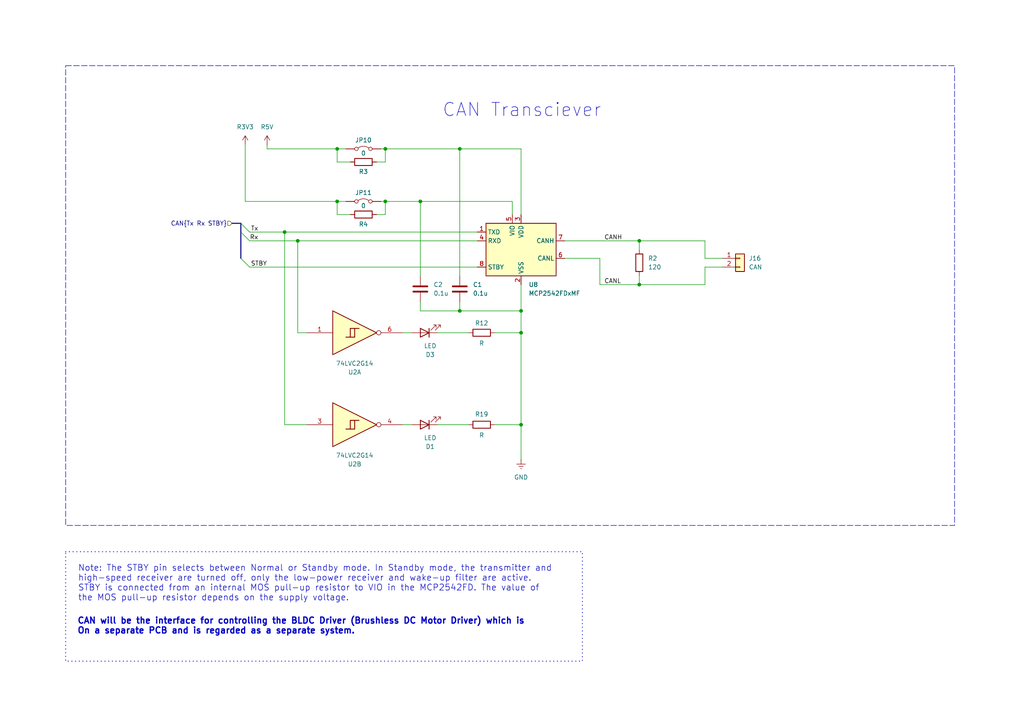
<source format=kicad_sch>
(kicad_sch (version 20231120) (generator "eeschema") (generator_version "8.0")
  (paper "A4")
  (title_block (title "MoP - CAN") (rev "2.2") (company "Electronic Systems Engineering - Conestoga") (comment 1 "Nigel Sinclair"))
  (lib_symbols
    (symbol "74xGxx:74LVC2G14"
      (property "Reference" "U" (at 0 7.62 0))
      (property "Value" "74LVC2G14" (at 2.54 -7.62 0))
      (symbol "74LVC2G14_1_1"
        (polyline (pts (xy -2.54 -1.27) (xy -1.27 -1.27) (xy -1.27 1.27)) (stroke (width 0.254)) (fill (type background)))
        (polyline (pts (xy -7.62 6.35) (xy -7.62 -6.35) (xy 5.08 0) (xy -7.62 6.35)) (stroke (width 0.254)) (fill (type background)))
        (polyline (pts (xy -3.81 -1.27) (xy -2.54 -1.27) (xy -2.54 1.27) (xy 0 1.27)) (stroke (width 0.254)) (fill (type background)))
        (pin input line (at -15.24 0 0) (length 7.62) (name "~") (number "1"))
        (pin output inverted (at 12.7 0 180) (length 7.62) (name "~") (number "6"))
      )
      (symbol "74LVC2G14_2_1"
        (polyline (pts (xy -2.54 -1.27) (xy -1.27 -1.27) (xy -1.27 1.27)) (stroke (width 0.254)) (fill (type background)))
        (polyline (pts (xy -7.62 6.35) (xy -7.62 -6.35) (xy 5.08 0) (xy -7.62 6.35)) (stroke (width 0.254)) (fill (type background)))
        (polyline (pts (xy -3.81 -1.27) (xy -2.54 -1.27) (xy -2.54 1.27) (xy 0 1.27)) (stroke (width 0.254)) (fill (type background)))
        (pin input line (at -15.24 0 0) (length 7.62) (name "~") (number "3"))
        (pin output inverted (at 12.7 0 180) (length 7.62) (name "~") (number "4"))
      )
      (symbol "74LVC2G14_3_0"
        (rectangle (start -5.08 -5.08) (end 5.08 5.08) (stroke (width 0.254)) (fill (type background)))
      )
      (symbol "74LVC2G14_3_1"
        (pin power_in line (at 0 -10.16 90) (length 5.08) (name "GND") (number "2"))
        (pin power_in line (at 0 10.16 270) (length 5.08) (name "VCC") (number "5"))
      )
    )
    (symbol "Connector_Generic:Conn_01x02" (pin_names (offset 1.016) hide)
      (property "Reference" "J" (at 0 2.54 0))
      (property "Value" "Conn_01x02" (at 0 -5.08 0))
      (symbol "Conn_01x02_1_1"
        (rectangle (start -1.27 -2.413) (end 0 -2.667) (stroke (width 0.1524)))
        (rectangle (start -1.27 0.127) (end 0 -0.127) (stroke (width 0.1524)))
        (rectangle (start -1.27 1.27) (end 1.27 -3.81) (stroke (width 0.254)) (fill (type background)))
        (pin passive line (at -5.08 0 0) (length 3.81) (name "Pin_1") (number "1"))
        (pin passive line (at -5.08 -2.54 0) (length 3.81) (name "Pin_2") (number "2"))
      )
    )
    (symbol "Device:C" (pin_numbers hide) (pin_names (offset 0.254))
      (property "Reference" "C" (at 0.635 2.54 0))
      (property "Value" "C" (at 0.635 -2.54 0))
      (symbol "C_0_1"
        (polyline (pts (xy -2.032 -0.762) (xy 2.032 -0.762)) (stroke (width 0.508)))
        (polyline (pts (xy -2.032 0.762) (xy 2.032 0.762)) (stroke (width 0.508)))
      )
      (symbol "C_1_1"
        (pin passive line (at 0 3.81 270) (length 2.794) (name "~") (number "1"))
        (pin passive line (at 0 -3.81 90) (length 2.794) (name "~") (number "2"))
      )
    )
    (symbol "Device:LED" (pin_numbers hide) (pin_names (offset 1.016) hide)
      (property "Reference" "D" (at 0 2.54 0))
      (property "Value" "LED" (at 0 -2.54 0))
      (symbol "LED_0_1"
        (polyline (pts (xy -1.27 -1.27) (xy -1.27 1.27)) (stroke (width 0.254)))
        (polyline (pts (xy -1.27 0) (xy 1.27 0)))
        (polyline (pts (xy 1.27 -1.27) (xy 1.27 1.27) (xy -1.27 0) (xy 1.27 -1.27)) (stroke (width 0.254)))
        (polyline (pts (xy -3.048 -0.762) (xy -4.572 -2.286) (xy -3.81 -2.286) (xy -4.572 -2.286) (xy -4.572 -1.524)))
        (polyline (pts (xy -1.778 -0.762) (xy -3.302 -2.286) (xy -2.54 -2.286) (xy -3.302 -2.286) (xy -3.302 -1.524)))
      )
      (symbol "LED_1_1"
        (pin passive line (at -3.81 0 0) (length 2.54) (name "K") (number "1"))
        (pin passive line (at 3.81 0 180) (length 2.54) (name "A") (number "2"))
      )
    )
    (symbol "Device:R" (pin_numbers hide) (pin_names (offset 0))
      (property "Reference" "R" (at 2.032 0 90))
      (property "Value" "R" (at 0 0 90))
      (symbol "R_0_1"
        (rectangle (start -1.016 -2.54) (end 1.016 2.54) (stroke (width 0.254)))
      )
      (symbol "R_1_1"
        (pin passive line (at 0 3.81 270) (length 1.27) (name "~") (number "1"))
        (pin passive line (at 0 -3.81 90) (length 1.27) (name "~") (number "2"))
      )
    )
    (symbol "Interface_CAN_LIN:MCP2542FDxMF"
      (property "Reference" "U" (at -10.16 8.89 0))
      (property "Value" "MCP2542FDxMF" (at 2.54 8.89 0))
      (symbol "MCP2542FDxMF_0_1"
        (rectangle (start -10.16 7.62) (end 10.16 -7.62) (stroke (width 0.254)) (fill (type background)))
      )
      (symbol "MCP2542FDxMF_1_1"
        (pin input line (at -12.7 5.08 0) (length 2.54) (name "TXD") (number "1"))
        (pin power_in line (at 0 -10.16 90) (length 2.54) (name "VSS") (number "2"))
        (pin power_in line (at 0 10.16 270) (length 2.54) (name "VDD") (number "3"))
        (pin output line (at -12.7 2.54 0) (length 2.54) (name "RXD") (number "4"))
        (pin power_in line (at -2.54 10.16 270) (length 2.54) (name "VIO") (number "5"))
        (pin bidirectional line (at 12.7 -2.54 180) (length 2.54) (name "CANL") (number "6"))
        (pin bidirectional line (at 12.7 2.54 180) (length 2.54) (name "CANH") (number "7"))
        (pin input line (at -12.7 -5.08 0) (length 2.54) (name "STBY") (number "8"))
        (pin passive line (at 0 -10.16 90) (length 2.54) hide (name "VSS") (number "9"))
      )
    )
    (symbol "Jumper:Jumper_2_Bridged" (pin_numbers hide) (pin_names (offset 0) hide) (exclude_from_sim yes)
      (property "Reference" "JP" (at 0 1.905 0))
      (property "Value" "Jumper_2_Bridged" (at 0 -2.54 0))
      (symbol "Jumper_2_Bridged_0_0"
        (circle (center -2.032 0) (radius 0.508))
        (circle (center 2.032 0) (radius 0.508))
      )
      (symbol "Jumper_2_Bridged_0_1"
        (arc (start 1.524 0.254) (mid 0 0.762) (end -1.524 0.254))
      )
      (symbol "Jumper_2_Bridged_1_1"
        (pin passive line (at -5.08 0 0) (length 2.54) (name "A") (number "1"))
        (pin passive line (at 5.08 0 180) (length 2.54) (name "B") (number "2"))
      )
    )
    (symbol "power:+3V3" (power) (pin_numbers hide) (pin_names (offset 0) hide)
      (property "Value" "+3V3" (at 0 3.556 0))
      (symbol "+3V3_0_1"
        (polyline (pts (xy -0.762 1.27) (xy 0 2.54)))
        (polyline (pts (xy 0 0) (xy 0 2.54)))
        (polyline (pts (xy 0 2.54) (xy 0.762 1.27)))
      )
      (symbol "+3V3_1_1"
        (pin power_in line (at 0 0 90) (length 0) (name "~") (number "1"))
      )
    )
    (symbol "power:+5V" (power) (pin_numbers hide) (pin_names (offset 0) hide)
      (property "Value" "+5V" (at 0 3.556 0))
      (symbol "+5V_0_1"
        (polyline (pts (xy -0.762 1.27) (xy 0 2.54)))
        (polyline (pts (xy 0 0) (xy 0 2.54)))
        (polyline (pts (xy 0 2.54) (xy 0.762 1.27)))
      )
      (symbol "+5V_1_1"
        (pin power_in line (at 0 0 90) (length 0) (name "~") (number "1"))
      )
    )
    (symbol "power:GNDREF" (power) (pin_numbers hide) (pin_names (offset 0) hide)
      (property "Value" "GNDREF" (at 0 -3.81 0))
      (symbol "GNDREF_0_1"
        (polyline (pts (xy -0.635 -1.905) (xy 0.635 -1.905)))
        (polyline (pts (xy -0.127 -2.54) (xy 0.127 -2.54)))
        (polyline (pts (xy 0 -1.27) (xy 0 0)))
        (polyline (pts (xy 1.27 -1.27) (xy -1.27 -1.27)))
      )
      (symbol "GNDREF_1_1"
        (pin power_in line (at 0 0 270) (length 0) (name "~") (number "1"))
      )
    )
  )
  (junction (at 151.13 123.19))
  (junction (at 86.36 69.85))
  (junction (at 97.79 43.18))
  (junction (at 121.92 58.42))
  (junction (at 111.76 58.42))
  (junction (at 151.13 90.17))
  (junction (at 185.42 69.85))
  (junction (at 97.79 58.42))
  (junction (at 133.35 90.17))
  (junction (at 111.76 43.18))
  (junction (at 185.42 82.55))
  (junction (at 82.55 67.31))
  (junction (at 151.13 96.52))
  (junction (at 133.35 43.18))
  (bus_entry (at 69.85 74.93) (size 2.54 2.54))
  (bus_entry (at 69.85 67.31) (size 2.54 2.54))
  (bus_entry (at 69.85 64.77) (size 2.54 2.54))
  (wire (pts (xy 163.83 74.93) (xy 173.99 74.93)))
  (bus (pts (xy 69.85 64.77) (xy 69.85 67.31)))
  (wire (pts (xy 72.39 77.47) (xy 138.43 77.47)))
  (wire (pts (xy 121.92 58.42) (xy 121.92 80.01)))
  (wire (pts (xy 121.92 90.17) (xy 133.35 90.17)))
  (wire (pts (xy 71.12 58.42) (xy 97.79 58.42)))
  (wire (pts (xy 111.76 58.42) (xy 121.92 58.42)))
  (wire (pts (xy 151.13 82.55) (xy 151.13 90.17)))
  (wire (pts (xy 151.13 90.17) (xy 151.13 96.52)))
  (wire (pts (xy 204.47 69.85) (xy 204.47 74.93)))
  (wire (pts (xy 173.99 74.93) (xy 173.99 82.55)))
  (wire (pts (xy 72.39 69.85) (xy 86.36 69.85)))
  (wire (pts (xy 86.36 96.52) (xy 86.36 69.85)))
  (wire (pts (xy 151.13 43.18) (xy 151.13 62.23)))
  (wire (pts (xy 185.42 82.55) (xy 204.47 82.55)))
  (wire (pts (xy 111.76 62.23) (xy 109.22 62.23)))
  (wire (pts (xy 110.49 58.42) (xy 111.76 58.42)))
  (wire (pts (xy 82.55 67.31) (xy 138.43 67.31)))
  (wire (pts (xy 133.35 43.18) (xy 151.13 43.18)))
  (wire (pts (xy 121.92 58.42) (xy 148.59 58.42)))
  (wire (pts (xy 119.38 96.52) (xy 116.84 96.52)))
  (wire (pts (xy 111.76 46.99) (xy 109.22 46.99)))
  (wire (pts (xy 204.47 77.47) (xy 209.55 77.47)))
  (wire (pts (xy 97.79 46.99) (xy 97.79 43.18)))
  (wire (pts (xy 127 96.52) (xy 135.89 96.52)))
  (wire (pts (xy 133.35 90.17) (xy 151.13 90.17)))
  (wire (pts (xy 121.92 87.63) (xy 121.92 90.17)))
  (wire (pts (xy 101.6 62.23) (xy 97.79 62.23)))
  (wire (pts (xy 143.51 123.19) (xy 151.13 123.19)))
  (wire (pts (xy 97.79 58.42) (xy 100.33 58.42)))
  (wire (pts (xy 173.99 82.55) (xy 185.42 82.55)))
  (wire (pts (xy 185.42 69.85) (xy 204.47 69.85)))
  (wire (pts (xy 111.76 58.42) (xy 111.76 62.23)))
  (wire (pts (xy 119.38 123.19) (xy 116.84 123.19)))
  (wire (pts (xy 148.59 58.42) (xy 148.59 62.23)))
  (wire (pts (xy 185.42 80.01) (xy 185.42 82.55)))
  (wire (pts (xy 111.76 43.18) (xy 133.35 43.18)))
  (wire (pts (xy 111.76 43.18) (xy 111.76 46.99)))
  (bus (pts (xy 67.31 64.77) (xy 69.85 64.77)))
  (wire (pts (xy 97.79 43.18) (xy 100.33 43.18)))
  (wire (pts (xy 110.49 43.18) (xy 111.76 43.18)))
  (wire (pts (xy 88.9 123.19) (xy 82.55 123.19)))
  (wire (pts (xy 77.47 43.18) (xy 77.47 41.91)))
  (wire (pts (xy 143.51 96.52) (xy 151.13 96.52)))
  (wire (pts (xy 133.35 43.18) (xy 133.35 80.01)))
  (wire (pts (xy 71.12 58.42) (xy 71.12 41.91)))
  (wire (pts (xy 204.47 74.93) (xy 209.55 74.93)))
  (wire (pts (xy 151.13 123.19) (xy 151.13 133.35)))
  (wire (pts (xy 82.55 123.19) (xy 82.55 67.31)))
  (wire (pts (xy 204.47 82.55) (xy 204.47 77.47)))
  (wire (pts (xy 163.83 69.85) (xy 185.42 69.85)))
  (wire (pts (xy 133.35 87.63) (xy 133.35 90.17)))
  (wire (pts (xy 86.36 69.85) (xy 138.43 69.85)))
  (wire (pts (xy 72.39 67.31) (xy 82.55 67.31)))
  (bus (pts (xy 69.85 67.31) (xy 69.85 74.93)))
  (wire (pts (xy 101.6 46.99) (xy 97.79 46.99)))
  (wire (pts (xy 127 123.19) (xy 135.89 123.19)))
  (wire (pts (xy 151.13 96.52) (xy 151.13 123.19)))
  (wire (pts (xy 97.79 62.23) (xy 97.79 58.42)))
  (wire (pts (xy 185.42 69.85) (xy 185.42 72.39)))
  (wire (pts (xy 88.9 96.52) (xy 86.36 96.52)))
  (wire (pts (xy 77.47 43.18) (xy 97.79 43.18)))
  (rectangle (start 19.05 19.05) (end 276.86 152.4) (stroke (width 0) (type dash)))
  (rectangle (start 19.05 160.02) (end 168.91 191.77) (stroke (width 0.254) (type dot)))
  (text "Note: The STBY pin selects between Normal or Standby mode. In Standby mode, the transmitter and \nhigh-speed receiver are turned off, only the low-power receiver and wake-up filter are active. \nSTBY is connected from an internal MOS pull-up resistor to VIO in the MCP2542FD. The value of \nthe MOS pull-up resistor depends on the supply voltage." (at 22.606 169.164 0) (effects (font (size 1.778 1.778)) (justify left)))
  (text "CAN Transciever" (at 151.384 32.004 0) (effects (font (size 3.81 3.81))))
  (text "CAN will be the interface for controlling the BLDC Driver (Brushless DC Motor Driver) which is\nOn a separate PCB and is regarded as a separate system. " (at 22.352 181.61 0) (effects (font (size 1.778 1.778) (thickness 0.3556) (bold yes)) (justify left)))
  (label "CANH" (at 175.26 69.85 0))
  (label "STBY" (at 77.47 77.47 180))
  (label "CANL" (at 175.26 82.55 0))
  (label "Tx" (at 74.93 67.31 180))
  (label "Rx" (at 74.93 69.85 180))
  (hierarchical_label "CAN{Tx Rx STBY}" (shape input) (at 67.31 64.77 180))
  (symbol (lib_id "Jumper:Jumper_2_Bridged") (at 105.41 58.42 0) (unit 1) (exclude_from_sim yes)
    (property "Reference" "JP11" (at 105.41 55.88 0))
    (property "Value" "Jumper_2_Bridged" (effects (hide yes)))
    (property "Description" "Jumper, 2-pole, closed/bridged" (effects (hide yes)))
  )
  (symbol (lib_id "Device:C") (at 133.35 83.82 0) (unit 1)
    (property "Reference" "C1" (at 137.16 82.5499 0) (effects (justify left)))
    (property "Value" "0.1u" (at 137.16 85.0899 0) (effects (justify left)))
    (property "Description" "Unpolarized capacitor" (effects (hide yes)))
  )
  (symbol (lib_id "Device:R") (at 105.41 62.23 90) (unit 1)
    (property "Reference" "R4" (at 105.41 65.024 90))
    (property "Value" "0" (at 105.41 59.69 90))
    (property "Description" "Resistor" (effects (hide yes)))
  )
  (symbol (lib_id "Device:LED") (at 123.19 123.19 180) (unit 1)
    (property "Reference" "D1" (at 124.7775 129.54 0))
    (property "Value" "LED" (at 124.7775 127 0))
    (property "Description" "Light emitting diode" (effects (hide yes)))
  )
  (symbol (lib_id "74xGxx:74LVC2G14") (at 104.14 123.19 0) (unit 2)
    (property "Reference" "U2" (at 102.87 134.62 0))
    (property "Value" "74LVC2G14" (at 102.87 132.08 0))
    (property "Datasheet" "https://www.ti.com/lit/ds/symlink/sn74lvc2g14.pdf" (effects (hide yes)))
    (property "Description" "Dual NOT Gate, Schmitt Triggered, Low-Voltage CMOS" (effects (hide yes)))
  )
  (symbol (lib_id "Device:R") (at 139.7 96.52 90) (unit 1)
    (property "Reference" "R12" (at 139.7 93.726 90))
    (property "Value" "R" (at 139.7 99.568 90))
    (property "Description" "Resistor" (effects (hide yes)))
  )
  (symbol (lib_id "74xGxx:74LVC2G14") (at 104.14 96.52 0) (unit 1)
    (property "Reference" "U2" (at 102.87 107.95 0))
    (property "Value" "74LVC2G14" (at 102.87 105.41 0))
    (property "Datasheet" "https://www.ti.com/lit/ds/symlink/sn74lvc2g14.pdf" (effects (hide yes)))
    (property "Description" "Dual NOT Gate, Schmitt Triggered, Low-Voltage CMOS" (effects (hide yes)))
  )
  (symbol (lib_id "Jumper:Jumper_2_Bridged") (at 105.41 43.18 0) (unit 1) (exclude_from_sim yes)
    (property "Reference" "JP10" (at 105.41 40.64 0))
    (property "Value" "Jumper_2_Bridged" (effects (hide yes)))
    (property "Description" "Jumper, 2-pole, closed/bridged" (effects (hide yes)))
  )
  (symbol (lib_id "Device:LED") (at 123.19 96.52 180) (unit 1)
    (property "Reference" "D3" (at 124.7775 102.87 0))
    (property "Value" "LED" (at 124.7775 100.33 0))
    (property "Description" "Light emitting diode" (effects (hide yes)))
  )
  (symbol (lib_id "Device:C") (at 121.92 83.82 0) (unit 1)
    (property "Reference" "C2" (at 125.73 82.5499 0) (effects (justify left)))
    (property "Value" "0.1u" (at 125.73 85.0899 0) (effects (justify left)))
    (property "Description" "Unpolarized capacitor" (effects (hide yes)))
  )
  (symbol (lib_id "Interface_CAN_LIN:MCP2542FDxMF") (at 151.13 72.39 0) (unit 1)
    (property "Reference" "U8" (at 153.3241 82.55 0) (effects (justify left)))
    (property "Value" "MCP2542FDxMF" (at 153.3241 85.09 0) (effects (justify left)))
    (property "Footprint" "Package_SO:SOIC-8-1EP_3.9x4.9mm_P1.27mm_EP2.41x3.3mm" (effects (hide yes)))
    (property "Datasheet" "http://ww1.microchip.com/downloads/en/DeviceDoc/MCP2542FD-4FD-MCP2542WFD-4WFD-Data-Sheet20005514B.pdf" (effects (hide yes)))
    (property "Description" "CAN-FD Transceiver, Wake-Up on CAN activity, 8Mbps, 5V supply, STBY pin, 3x3 DFN-8" (effects (hide yes)))
  )
  (symbol (lib_id "power:+5V") (at 77.47 41.91 0) (unit 1)
    (property "Reference" "#PWR024" (effects (hide yes)))
    (property "Value" "R5V" (at 77.47 36.83 0))
    (property "Description" "Power symbol creates a global label with name \"+5V\"" (effects (hide yes)))
  )
  (symbol (lib_id "Device:R") (at 139.7 123.19 90) (unit 1)
    (property "Reference" "R19" (at 139.7 120.142 90))
    (property "Value" "R" (at 139.7 126.238 90))
    (property "Description" "Resistor" (effects (hide yes)))
  )
  (symbol (lib_id "Connector_Generic:Conn_01x02") (at 214.63 74.93 0) (unit 1)
    (property "Reference" "J16" (at 217.17 74.9299 0) (effects (justify left)))
    (property "Value" "CAN" (at 217.17 77.4699 0) (effects (justify left)))
    (property "Description" "Generic connector, single row, 01x02, script generated (kicad-library-utils/schlib/autogen/connector/)" (effects (hide yes)))
  )
  (symbol (lib_id "power:+3V3") (at 71.12 41.91 0) (unit 1)
    (property "Reference" "#PWR025" (effects (hide yes)))
    (property "Value" "R3V3" (at 71.12 36.83 0))
    (property "Description" "Power symbol creates a global label with name \"+3V3\"" (effects (hide yes)))
  )
  (symbol (lib_id "power:GNDREF") (at 151.13 133.35 0) (unit 1)
    (property "Reference" "#PWR07" (effects (hide yes)))
    (property "Value" "GND" (at 151.13 138.43 0))
    (property "Description" "Power symbol creates a global label with name \"GNDREF\" , reference supply ground" (effects (hide yes)))
  )
  (symbol (lib_id "Device:R") (at 105.41 46.99 90) (unit 1)
    (property "Reference" "R3" (at 105.41 49.784 90))
    (property "Value" "0" (at 105.41 44.45 90))
    (property "Description" "Resistor" (effects (hide yes)))
  )
  (symbol (lib_id "Device:R") (at 185.42 76.2 0) (unit 1)
    (property "Reference" "R2" (at 187.96 74.9299 0) (effects (justify left)))
    (property "Value" "120" (at 187.96 77.4699 0) (effects (justify left)))
    (property "Description" "Resistor" (effects (hide yes)))
  )
)
</source>
